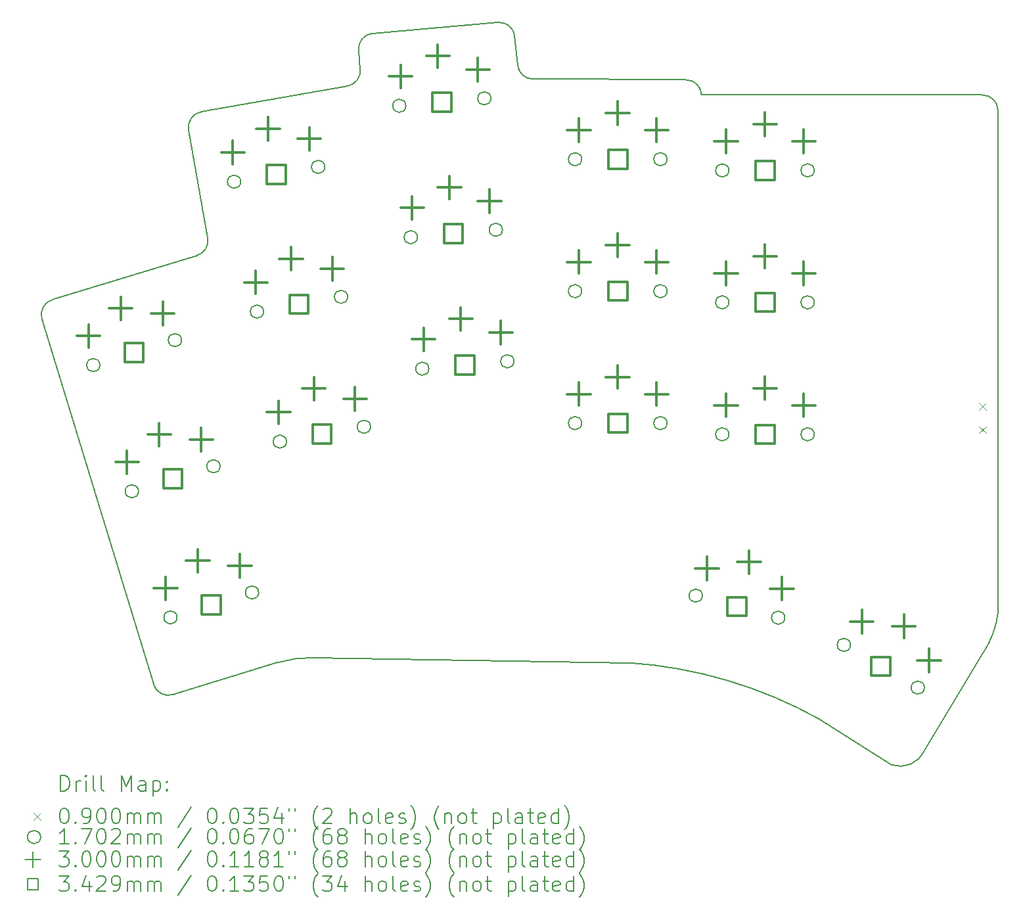
<source format=gbr>
%FSLAX45Y45*%
G04 Gerber Fmt 4.5, Leading zero omitted, Abs format (unit mm)*
G04 Created by KiCad (PCBNEW (6.0.4-0)) date 2022-04-27 15:29:06*
%MOMM*%
%LPD*%
G01*
G04 APERTURE LIST*
%TA.AperFunction,Profile*%
%ADD10C,0.150000*%
%TD*%
%ADD11C,0.200000*%
%ADD12C,0.090000*%
%ADD13C,0.170180*%
%ADD14C,0.300000*%
%ADD15C,0.342900*%
G04 APERTURE END LIST*
D10*
X10251727Y11883106D02*
G75*
G03*
X10450959Y11700537I199233J17424D01*
G01*
X8058800Y11611548D02*
G75*
G03*
X8223309Y11825945I-34731J196962D01*
G01*
X16255999Y4318001D02*
G75*
G03*
X16441109Y4826000I-1013319J656969D01*
G01*
X6012082Y11047576D02*
X6257677Y9654738D01*
X11692239Y4180264D02*
X7614896Y4246738D01*
X8383412Y12290698D02*
X9997248Y12431891D01*
X5559296Y3903629D02*
G75*
G03*
X5809038Y3770844I191264J58481D01*
G01*
X5809038Y3770844D02*
X7151887Y4181395D01*
X12620653Y11496648D02*
X14451046Y11496648D01*
X16241109Y11496648D02*
X14451046Y11496648D01*
X10450959Y11700537D02*
X12420716Y11691648D01*
X7614896Y4246737D02*
G75*
G03*
X7151887Y4181395I-24457J-1499797D01*
G01*
X4120834Y8608651D02*
X5559303Y3903631D01*
X10213921Y12250083D02*
G75*
G03*
X9997248Y12431891I-199241J-17433D01*
G01*
X6174314Y11279267D02*
G75*
G03*
X6012083Y11047576I34730J-196961D01*
G01*
X15494000Y3048000D02*
X16256000Y4318000D01*
X14144690Y3452157D02*
G75*
G03*
X11692239Y4180264I-2854290J-5119687D01*
G01*
X15069520Y2866125D02*
X14144690Y3452156D01*
X12620656Y11496648D02*
G75*
G03*
X12420716Y11691648I-199936J-4998D01*
G01*
X15069519Y2866121D02*
G75*
G03*
X15494000Y3048000I112141J324559D01*
G01*
X4253621Y8858386D02*
G75*
G03*
X4120834Y8608650I58475J-191261D01*
G01*
X10213918Y12250083D02*
X10251720Y11883106D01*
X6174314Y11279267D02*
X8058800Y11611553D01*
X6119189Y9428752D02*
G75*
G03*
X6257677Y9654738I-58469J191258D01*
G01*
X8383413Y12290696D02*
G75*
G03*
X8201605Y12074028I17427J-199236D01*
G01*
X4253621Y8858386D02*
X6119190Y9428748D01*
X8223309Y11825945D02*
X8201605Y12074028D01*
X16441108Y11296648D02*
G75*
G03*
X16241109Y11496648I-199998J2D01*
G01*
X16441109Y4826000D02*
X16441109Y11296648D01*
D11*
D12*
X16196109Y7526648D02*
X16286109Y7436648D01*
X16286109Y7526648D02*
X16196109Y7436648D01*
X16196109Y7226648D02*
X16286109Y7136648D01*
X16286109Y7226648D02*
X16196109Y7136648D01*
D13*
X4868027Y8016350D02*
G75*
G03*
X4868027Y8016350I-85090J0D01*
G01*
X4868027Y8016350D02*
G75*
G03*
X4868027Y8016350I-85090J0D01*
G01*
X5365059Y6390632D02*
G75*
G03*
X5365059Y6390632I-85090J0D01*
G01*
X5365059Y6390632D02*
G75*
G03*
X5365059Y6390632I-85090J0D01*
G01*
X5862090Y4764914D02*
G75*
G03*
X5862090Y4764914I-85090J0D01*
G01*
X5862090Y4764914D02*
G75*
G03*
X5862090Y4764914I-85090J0D01*
G01*
X5919962Y8337959D02*
G75*
G03*
X5919962Y8337959I-85090J0D01*
G01*
X5919962Y8337959D02*
G75*
G03*
X5919962Y8337959I-85090J0D01*
G01*
X6416994Y6712241D02*
G75*
G03*
X6416994Y6712241I-85090J0D01*
G01*
X6416994Y6712241D02*
G75*
G03*
X6416994Y6712241I-85090J0D01*
G01*
X6682157Y10379000D02*
G75*
G03*
X6682157Y10379000I-85090J0D01*
G01*
X6682157Y10379000D02*
G75*
G03*
X6682157Y10379000I-85090J0D01*
G01*
X6914026Y5086523D02*
G75*
G03*
X6914026Y5086523I-85090J0D01*
G01*
X6914026Y5086523D02*
G75*
G03*
X6914026Y5086523I-85090J0D01*
G01*
X6977359Y8704827D02*
G75*
G03*
X6977359Y8704827I-85090J0D01*
G01*
X6977359Y8704827D02*
G75*
G03*
X6977359Y8704827I-85090J0D01*
G01*
X7272560Y7030654D02*
G75*
G03*
X7272560Y7030654I-85090J0D01*
G01*
X7272560Y7030654D02*
G75*
G03*
X7272560Y7030654I-85090J0D01*
G01*
X7765445Y10570013D02*
G75*
G03*
X7765445Y10570013I-85090J0D01*
G01*
X7765445Y10570013D02*
G75*
G03*
X7765445Y10570013I-85090J0D01*
G01*
X8060647Y8895840D02*
G75*
G03*
X8060647Y8895840I-85090J0D01*
G01*
X8060647Y8895840D02*
G75*
G03*
X8060647Y8895840I-85090J0D01*
G01*
X8355849Y7221667D02*
G75*
G03*
X8355849Y7221667I-85090J0D01*
G01*
X8355849Y7221667D02*
G75*
G03*
X8355849Y7221667I-85090J0D01*
G01*
X8811183Y11357012D02*
G75*
G03*
X8811183Y11357012I-85090J0D01*
G01*
X8811183Y11357012D02*
G75*
G03*
X8811183Y11357012I-85090J0D01*
G01*
X8959347Y9663481D02*
G75*
G03*
X8959347Y9663481I-85090J0D01*
G01*
X8959347Y9663481D02*
G75*
G03*
X8959347Y9663481I-85090J0D01*
G01*
X9107512Y7969950D02*
G75*
G03*
X9107512Y7969950I-85090J0D01*
G01*
X9107512Y7969950D02*
G75*
G03*
X9107512Y7969950I-85090J0D01*
G01*
X9906997Y11452883D02*
G75*
G03*
X9906997Y11452883I-85090J0D01*
G01*
X9906997Y11452883D02*
G75*
G03*
X9906997Y11452883I-85090J0D01*
G01*
X10055161Y9759352D02*
G75*
G03*
X10055161Y9759352I-85090J0D01*
G01*
X10055161Y9759352D02*
G75*
G03*
X10055161Y9759352I-85090J0D01*
G01*
X10203326Y8065821D02*
G75*
G03*
X10203326Y8065821I-85090J0D01*
G01*
X10203326Y8065821D02*
G75*
G03*
X10203326Y8065821I-85090J0D01*
G01*
X11076199Y10668602D02*
G75*
G03*
X11076199Y10668602I-85090J0D01*
G01*
X11076199Y10668602D02*
G75*
G03*
X11076199Y10668602I-85090J0D01*
G01*
X11076199Y8968602D02*
G75*
G03*
X11076199Y8968602I-85090J0D01*
G01*
X11076199Y8968602D02*
G75*
G03*
X11076199Y8968602I-85090J0D01*
G01*
X11076199Y7268602D02*
G75*
G03*
X11076199Y7268602I-85090J0D01*
G01*
X11076199Y7268602D02*
G75*
G03*
X11076199Y7268602I-85090J0D01*
G01*
X12176199Y10668602D02*
G75*
G03*
X12176199Y10668602I-85090J0D01*
G01*
X12176199Y10668602D02*
G75*
G03*
X12176199Y10668602I-85090J0D01*
G01*
X12176199Y8968602D02*
G75*
G03*
X12176199Y8968602I-85090J0D01*
G01*
X12176199Y8968602D02*
G75*
G03*
X12176199Y8968602I-85090J0D01*
G01*
X12176199Y7268602D02*
G75*
G03*
X12176199Y7268602I-85090J0D01*
G01*
X12176199Y7268602D02*
G75*
G03*
X12176199Y7268602I-85090J0D01*
G01*
X12631219Y5046224D02*
G75*
G03*
X12631219Y5046224I-85090J0D01*
G01*
X12631219Y5046224D02*
G75*
G03*
X12631219Y5046224I-85090J0D01*
G01*
X12972866Y10524629D02*
G75*
G03*
X12972866Y10524629I-85090J0D01*
G01*
X12972866Y10524629D02*
G75*
G03*
X12972866Y10524629I-85090J0D01*
G01*
X12972866Y8824629D02*
G75*
G03*
X12972866Y8824629I-85090J0D01*
G01*
X12972866Y8824629D02*
G75*
G03*
X12972866Y8824629I-85090J0D01*
G01*
X12972866Y7124629D02*
G75*
G03*
X12972866Y7124629I-85090J0D01*
G01*
X12972866Y7124629D02*
G75*
G03*
X12972866Y7124629I-85090J0D01*
G01*
X13693737Y4761523D02*
G75*
G03*
X13693737Y4761523I-85090J0D01*
G01*
X13693737Y4761523D02*
G75*
G03*
X13693737Y4761523I-85090J0D01*
G01*
X14072866Y10524629D02*
G75*
G03*
X14072866Y10524629I-85090J0D01*
G01*
X14072866Y10524629D02*
G75*
G03*
X14072866Y10524629I-85090J0D01*
G01*
X14072866Y8824629D02*
G75*
G03*
X14072866Y8824629I-85090J0D01*
G01*
X14072866Y8824629D02*
G75*
G03*
X14072866Y8824629I-85090J0D01*
G01*
X14072866Y7124629D02*
G75*
G03*
X14072866Y7124629I-85090J0D01*
G01*
X14072866Y7124629D02*
G75*
G03*
X14072866Y7124629I-85090J0D01*
G01*
X14539924Y4411021D02*
G75*
G03*
X14539924Y4411021I-85090J0D01*
G01*
X14539924Y4411021D02*
G75*
G03*
X14539924Y4411021I-85090J0D01*
G01*
X15492552Y3861021D02*
G75*
G03*
X15492552Y3861021I-85090J0D01*
G01*
X15492552Y3861021D02*
G75*
G03*
X15492552Y3861021I-85090J0D01*
G01*
D14*
X4721113Y8539583D02*
X4721113Y8239583D01*
X4571113Y8389583D02*
X4871113Y8389583D01*
X5134943Y8896156D02*
X5134943Y8596156D01*
X4984943Y8746156D02*
X5284943Y8746156D01*
X5134943Y8896156D02*
X5134943Y8596156D01*
X4984943Y8746156D02*
X5284943Y8746156D01*
X5218144Y6913865D02*
X5218144Y6613865D01*
X5068144Y6763865D02*
X5368144Y6763865D01*
X5631975Y7270437D02*
X5631975Y6970437D01*
X5481975Y7120437D02*
X5781975Y7120437D01*
X5631975Y7270437D02*
X5631975Y6970437D01*
X5481975Y7120437D02*
X5781975Y7120437D01*
X5677417Y8831954D02*
X5677417Y8531954D01*
X5527417Y8681954D02*
X5827417Y8681954D01*
X5715176Y5288147D02*
X5715176Y4988147D01*
X5565176Y5138147D02*
X5865176Y5138147D01*
X6129007Y5644719D02*
X6129007Y5344719D01*
X5979007Y5494719D02*
X6279007Y5494719D01*
X6129007Y5644719D02*
X6129007Y5344719D01*
X5979007Y5494719D02*
X6279007Y5494719D01*
X6174449Y7206236D02*
X6174449Y6906236D01*
X6024449Y7056236D02*
X6324449Y7056236D01*
X6581189Y10906986D02*
X6581189Y10606986D01*
X6431189Y10756986D02*
X6731189Y10756986D01*
X6671481Y5580518D02*
X6671481Y5280518D01*
X6521481Y5430518D02*
X6821481Y5430518D01*
X6876391Y9232812D02*
X6876391Y8932812D01*
X6726391Y9082812D02*
X7026391Y9082812D01*
X7035390Y11210467D02*
X7035390Y10910467D01*
X6885390Y11060467D02*
X7185390Y11060467D01*
X7035390Y11210467D02*
X7035390Y10910467D01*
X6885390Y11060467D02*
X7185390Y11060467D01*
X7171593Y7558639D02*
X7171593Y7258639D01*
X7021593Y7408639D02*
X7321593Y7408639D01*
X7330592Y9536294D02*
X7330592Y9236294D01*
X7180592Y9386294D02*
X7480592Y9386294D01*
X7330592Y9536294D02*
X7330592Y9236294D01*
X7180592Y9386294D02*
X7480592Y9386294D01*
X7565997Y11080634D02*
X7565997Y10780634D01*
X7415997Y10930634D02*
X7715997Y10930634D01*
X7625794Y7862121D02*
X7625794Y7562121D01*
X7475794Y7712121D02*
X7775794Y7712121D01*
X7625794Y7862121D02*
X7625794Y7562121D01*
X7475794Y7712121D02*
X7775794Y7712121D01*
X7861199Y9406461D02*
X7861199Y9106461D01*
X7711199Y9256461D02*
X8011199Y9256461D01*
X8156401Y7732287D02*
X8156401Y7432287D01*
X8006401Y7582287D02*
X8306401Y7582287D01*
X8743219Y11884943D02*
X8743219Y11584943D01*
X8593219Y11734943D02*
X8893219Y11734943D01*
X8891384Y10191412D02*
X8891384Y9891412D01*
X8741384Y10041412D02*
X9041384Y10041412D01*
X9039548Y8497881D02*
X9039548Y8197881D01*
X8889548Y8347881D02*
X9189548Y8347881D01*
X9222142Y12147683D02*
X9222142Y11847683D01*
X9072142Y11997683D02*
X9372142Y11997683D01*
X9222142Y12147683D02*
X9222142Y11847683D01*
X9072142Y11997683D02*
X9372142Y11997683D01*
X9370307Y10454153D02*
X9370307Y10154153D01*
X9220307Y10304153D02*
X9520307Y10304153D01*
X9370307Y10454153D02*
X9370307Y10154153D01*
X9220307Y10304153D02*
X9520307Y10304153D01*
X9518471Y8760622D02*
X9518471Y8460622D01*
X9368471Y8610622D02*
X9668471Y8610622D01*
X9518471Y8760622D02*
X9518471Y8460622D01*
X9368471Y8610622D02*
X9668471Y8610622D01*
X9739414Y11972099D02*
X9739414Y11672099D01*
X9589414Y11822099D02*
X9889414Y11822099D01*
X9887578Y10278568D02*
X9887578Y9978568D01*
X9737578Y10128568D02*
X10037578Y10128568D01*
X10035743Y8585037D02*
X10035743Y8285037D01*
X9885743Y8435037D02*
X10185743Y8435037D01*
X11041109Y11193602D02*
X11041109Y10893602D01*
X10891109Y11043602D02*
X11191109Y11043602D01*
X11041109Y9493602D02*
X11041109Y9193602D01*
X10891109Y9343602D02*
X11191109Y9343602D01*
X11041109Y7793602D02*
X11041109Y7493602D01*
X10891109Y7643602D02*
X11191109Y7643602D01*
X11541109Y11413602D02*
X11541109Y11113602D01*
X11391109Y11263602D02*
X11691109Y11263602D01*
X11541109Y11413602D02*
X11541109Y11113602D01*
X11391109Y11263602D02*
X11691109Y11263602D01*
X11541109Y9713602D02*
X11541109Y9413602D01*
X11391109Y9563602D02*
X11691109Y9563602D01*
X11541109Y9713602D02*
X11541109Y9413602D01*
X11391109Y9563602D02*
X11691109Y9563602D01*
X11541109Y8013602D02*
X11541109Y7713602D01*
X11391109Y7863602D02*
X11691109Y7863602D01*
X11541109Y8013602D02*
X11541109Y7713602D01*
X11391109Y7863602D02*
X11691109Y7863602D01*
X12041109Y11193602D02*
X12041109Y10893602D01*
X11891109Y11043602D02*
X12191109Y11043602D01*
X12041109Y9493602D02*
X12041109Y9193602D01*
X11891109Y9343602D02*
X12191109Y9343602D01*
X12041109Y7793602D02*
X12041109Y7493602D01*
X11891109Y7643602D02*
X12191109Y7643602D01*
X12691482Y5545506D02*
X12691482Y5245506D01*
X12541482Y5395506D02*
X12841482Y5395506D01*
X12937776Y11049629D02*
X12937776Y10749629D01*
X12787776Y10899629D02*
X13087776Y10899629D01*
X12937776Y9349629D02*
X12937776Y9049629D01*
X12787776Y9199629D02*
X13087776Y9199629D01*
X12937776Y7649629D02*
X12937776Y7349629D01*
X12787776Y7499629D02*
X13087776Y7499629D01*
X13231386Y5628600D02*
X13231386Y5328600D01*
X13081386Y5478600D02*
X13381386Y5478600D01*
X13231386Y5628600D02*
X13231386Y5328600D01*
X13081386Y5478600D02*
X13381386Y5478600D01*
X13437776Y11269629D02*
X13437776Y10969629D01*
X13287776Y11119629D02*
X13587776Y11119629D01*
X13437776Y11269629D02*
X13437776Y10969629D01*
X13287776Y11119629D02*
X13587776Y11119629D01*
X13437776Y9569629D02*
X13437776Y9269629D01*
X13287776Y9419629D02*
X13587776Y9419629D01*
X13437776Y9569629D02*
X13437776Y9269629D01*
X13287776Y9419629D02*
X13587776Y9419629D01*
X13437776Y7869629D02*
X13437776Y7569629D01*
X13287776Y7719629D02*
X13587776Y7719629D01*
X13437776Y7869629D02*
X13437776Y7569629D01*
X13287776Y7719629D02*
X13587776Y7719629D01*
X13657408Y5286687D02*
X13657408Y4986687D01*
X13507408Y5136687D02*
X13807408Y5136687D01*
X13937776Y11049629D02*
X13937776Y10749629D01*
X13787776Y10899629D02*
X14087776Y10899629D01*
X13937776Y9349629D02*
X13937776Y9049629D01*
X13787776Y9199629D02*
X14087776Y9199629D01*
X13937776Y7649629D02*
X13937776Y7349629D01*
X13787776Y7499629D02*
X14087776Y7499629D01*
X14685635Y4860781D02*
X14685635Y4560781D01*
X14535635Y4710781D02*
X14835635Y4710781D01*
X15228648Y4801306D02*
X15228648Y4501306D01*
X15078648Y4651306D02*
X15378648Y4651306D01*
X15228648Y4801306D02*
X15228648Y4501306D01*
X15078648Y4651306D02*
X15378648Y4651306D01*
X15551661Y4360781D02*
X15551661Y4060781D01*
X15401661Y4210781D02*
X15701661Y4210781D01*
D15*
X5430139Y8055920D02*
X5430139Y8298389D01*
X5187670Y8298389D01*
X5187670Y8055920D01*
X5430139Y8055920D01*
X5430139Y8055920D02*
X5430139Y8298389D01*
X5187670Y8298389D01*
X5187670Y8055920D01*
X5430139Y8055920D01*
X5927171Y6430202D02*
X5927171Y6672671D01*
X5684702Y6672671D01*
X5684702Y6430202D01*
X5927171Y6430202D01*
X5927171Y6430202D02*
X5927171Y6672671D01*
X5684702Y6672671D01*
X5684702Y6430202D01*
X5927171Y6430202D01*
X6424203Y4804484D02*
X6424203Y5046953D01*
X6181733Y5046953D01*
X6181733Y4804484D01*
X6424203Y4804484D01*
X6424203Y4804484D02*
X6424203Y5046953D01*
X6181733Y5046953D01*
X6181733Y4804484D01*
X6424203Y4804484D01*
X7259946Y10353272D02*
X7259946Y10595741D01*
X7017476Y10595741D01*
X7017476Y10353272D01*
X7259946Y10353272D01*
X7259946Y10353272D02*
X7259946Y10595741D01*
X7017476Y10595741D01*
X7017476Y10353272D01*
X7259946Y10353272D01*
X7555147Y8679099D02*
X7555147Y8921568D01*
X7312678Y8921568D01*
X7312678Y8679099D01*
X7555147Y8679099D01*
X7555147Y8679099D02*
X7555147Y8921568D01*
X7312678Y8921568D01*
X7312678Y8679099D01*
X7555147Y8679099D01*
X7850349Y7004926D02*
X7850349Y7247395D01*
X7607880Y7247395D01*
X7607880Y7004926D01*
X7850349Y7004926D01*
X7850349Y7004926D02*
X7850349Y7247395D01*
X7607880Y7247395D01*
X7607880Y7004926D01*
X7850349Y7004926D01*
X9395234Y11283713D02*
X9395234Y11526182D01*
X9152765Y11526182D01*
X9152765Y11283713D01*
X9395234Y11283713D01*
X9395234Y11283713D02*
X9395234Y11526182D01*
X9152765Y11526182D01*
X9152765Y11283713D01*
X9395234Y11283713D01*
X9543399Y9590182D02*
X9543399Y9832651D01*
X9300930Y9832651D01*
X9300930Y9590182D01*
X9543399Y9590182D01*
X9543399Y9590182D02*
X9543399Y9832651D01*
X9300930Y9832651D01*
X9300930Y9590182D01*
X9543399Y9590182D01*
X9691564Y7896651D02*
X9691564Y8139120D01*
X9449095Y8139120D01*
X9449095Y7896651D01*
X9691564Y7896651D01*
X9691564Y7896651D02*
X9691564Y8139120D01*
X9449095Y8139120D01*
X9449095Y7896651D01*
X9691564Y7896651D01*
X11662343Y10547367D02*
X11662343Y10789836D01*
X11419874Y10789836D01*
X11419874Y10547367D01*
X11662343Y10547367D01*
X11662343Y10547367D02*
X11662343Y10789836D01*
X11419874Y10789836D01*
X11419874Y10547367D01*
X11662343Y10547367D01*
X11662343Y8847367D02*
X11662343Y9089836D01*
X11419874Y9089836D01*
X11419874Y8847367D01*
X11662343Y8847367D01*
X11662343Y8847367D02*
X11662343Y9089836D01*
X11419874Y9089836D01*
X11419874Y8847367D01*
X11662343Y8847367D01*
X11662343Y7147367D02*
X11662343Y7389836D01*
X11419874Y7389836D01*
X11419874Y7147367D01*
X11662343Y7147367D01*
X11662343Y7147367D02*
X11662343Y7389836D01*
X11419874Y7389836D01*
X11419874Y7147367D01*
X11662343Y7147367D01*
X13198623Y4782639D02*
X13198623Y5025108D01*
X12956154Y5025108D01*
X12956154Y4782639D01*
X13198623Y4782639D01*
X13198623Y4782639D02*
X13198623Y5025108D01*
X12956154Y5025108D01*
X12956154Y4782639D01*
X13198623Y4782639D01*
X13559010Y10403394D02*
X13559010Y10645864D01*
X13316541Y10645864D01*
X13316541Y10403394D01*
X13559010Y10403394D01*
X13559010Y10403394D02*
X13559010Y10645864D01*
X13316541Y10645864D01*
X13316541Y10403394D01*
X13559010Y10403394D01*
X13559010Y8703394D02*
X13559010Y8945864D01*
X13316541Y8945864D01*
X13316541Y8703394D01*
X13559010Y8703394D01*
X13559010Y8703394D02*
X13559010Y8945864D01*
X13316541Y8945864D01*
X13316541Y8703394D01*
X13559010Y8703394D01*
X13559010Y7003394D02*
X13559010Y7245863D01*
X13316541Y7245863D01*
X13316541Y7003394D01*
X13559010Y7003394D01*
X13559010Y7003394D02*
X13559010Y7245863D01*
X13316541Y7245863D01*
X13316541Y7003394D01*
X13559010Y7003394D01*
X15052383Y4014787D02*
X15052383Y4257256D01*
X14809914Y4257256D01*
X14809914Y4014787D01*
X15052383Y4014787D01*
X15052383Y4014787D02*
X15052383Y4257256D01*
X14809914Y4257256D01*
X14809914Y4014787D01*
X15052383Y4014787D01*
D11*
X4362214Y2529318D02*
X4362214Y2729318D01*
X4409833Y2729318D01*
X4438405Y2719794D01*
X4457452Y2700746D01*
X4466976Y2681699D01*
X4476500Y2643604D01*
X4476500Y2615032D01*
X4466976Y2576937D01*
X4457452Y2557889D01*
X4438405Y2538842D01*
X4409833Y2529318D01*
X4362214Y2529318D01*
X4562214Y2529318D02*
X4562214Y2662651D01*
X4562214Y2624556D02*
X4571738Y2643604D01*
X4581262Y2653127D01*
X4600309Y2662651D01*
X4619357Y2662651D01*
X4686024Y2529318D02*
X4686024Y2662651D01*
X4686024Y2729318D02*
X4676500Y2719794D01*
X4686024Y2710270D01*
X4695547Y2719794D01*
X4686024Y2729318D01*
X4686024Y2710270D01*
X4809833Y2529318D02*
X4790785Y2538842D01*
X4781262Y2557889D01*
X4781262Y2729318D01*
X4914595Y2529318D02*
X4895547Y2538842D01*
X4886024Y2557889D01*
X4886024Y2729318D01*
X5143166Y2529318D02*
X5143166Y2729318D01*
X5209833Y2586461D01*
X5276500Y2729318D01*
X5276500Y2529318D01*
X5457452Y2529318D02*
X5457452Y2634080D01*
X5447928Y2653127D01*
X5428881Y2662651D01*
X5390785Y2662651D01*
X5371738Y2653127D01*
X5457452Y2538842D02*
X5438405Y2529318D01*
X5390785Y2529318D01*
X5371738Y2538842D01*
X5362214Y2557889D01*
X5362214Y2576937D01*
X5371738Y2595985D01*
X5390785Y2605508D01*
X5438405Y2605508D01*
X5457452Y2615032D01*
X5552690Y2662651D02*
X5552690Y2462651D01*
X5552690Y2653127D02*
X5571738Y2662651D01*
X5609833Y2662651D01*
X5628881Y2653127D01*
X5638404Y2643604D01*
X5647928Y2624556D01*
X5647928Y2567413D01*
X5638404Y2548366D01*
X5628881Y2538842D01*
X5609833Y2529318D01*
X5571738Y2529318D01*
X5552690Y2538842D01*
X5733643Y2548366D02*
X5743166Y2538842D01*
X5733643Y2529318D01*
X5724119Y2538842D01*
X5733643Y2548366D01*
X5733643Y2529318D01*
X5733643Y2653127D02*
X5743166Y2643604D01*
X5733643Y2634080D01*
X5724119Y2643604D01*
X5733643Y2653127D01*
X5733643Y2634080D01*
D12*
X4014595Y2244794D02*
X4104595Y2154794D01*
X4104595Y2244794D02*
X4014595Y2154794D01*
D11*
X4400309Y2309318D02*
X4419357Y2309318D01*
X4438405Y2299794D01*
X4447928Y2290270D01*
X4457452Y2271223D01*
X4466976Y2233127D01*
X4466976Y2185508D01*
X4457452Y2147413D01*
X4447928Y2128366D01*
X4438405Y2118842D01*
X4419357Y2109318D01*
X4400309Y2109318D01*
X4381262Y2118842D01*
X4371738Y2128366D01*
X4362214Y2147413D01*
X4352690Y2185508D01*
X4352690Y2233127D01*
X4362214Y2271223D01*
X4371738Y2290270D01*
X4381262Y2299794D01*
X4400309Y2309318D01*
X4552690Y2128366D02*
X4562214Y2118842D01*
X4552690Y2109318D01*
X4543166Y2118842D01*
X4552690Y2128366D01*
X4552690Y2109318D01*
X4657452Y2109318D02*
X4695547Y2109318D01*
X4714595Y2118842D01*
X4724119Y2128366D01*
X4743166Y2156937D01*
X4752690Y2195032D01*
X4752690Y2271223D01*
X4743166Y2290270D01*
X4733643Y2299794D01*
X4714595Y2309318D01*
X4676500Y2309318D01*
X4657452Y2299794D01*
X4647928Y2290270D01*
X4638405Y2271223D01*
X4638405Y2223604D01*
X4647928Y2204556D01*
X4657452Y2195032D01*
X4676500Y2185508D01*
X4714595Y2185508D01*
X4733643Y2195032D01*
X4743166Y2204556D01*
X4752690Y2223604D01*
X4876500Y2309318D02*
X4895547Y2309318D01*
X4914595Y2299794D01*
X4924119Y2290270D01*
X4933643Y2271223D01*
X4943166Y2233127D01*
X4943166Y2185508D01*
X4933643Y2147413D01*
X4924119Y2128366D01*
X4914595Y2118842D01*
X4895547Y2109318D01*
X4876500Y2109318D01*
X4857452Y2118842D01*
X4847928Y2128366D01*
X4838405Y2147413D01*
X4828881Y2185508D01*
X4828881Y2233127D01*
X4838405Y2271223D01*
X4847928Y2290270D01*
X4857452Y2299794D01*
X4876500Y2309318D01*
X5066976Y2309318D02*
X5086024Y2309318D01*
X5105071Y2299794D01*
X5114595Y2290270D01*
X5124119Y2271223D01*
X5133643Y2233127D01*
X5133643Y2185508D01*
X5124119Y2147413D01*
X5114595Y2128366D01*
X5105071Y2118842D01*
X5086024Y2109318D01*
X5066976Y2109318D01*
X5047928Y2118842D01*
X5038405Y2128366D01*
X5028881Y2147413D01*
X5019357Y2185508D01*
X5019357Y2233127D01*
X5028881Y2271223D01*
X5038405Y2290270D01*
X5047928Y2299794D01*
X5066976Y2309318D01*
X5219357Y2109318D02*
X5219357Y2242651D01*
X5219357Y2223604D02*
X5228881Y2233127D01*
X5247928Y2242651D01*
X5276500Y2242651D01*
X5295547Y2233127D01*
X5305071Y2214080D01*
X5305071Y2109318D01*
X5305071Y2214080D02*
X5314595Y2233127D01*
X5333643Y2242651D01*
X5362214Y2242651D01*
X5381262Y2233127D01*
X5390785Y2214080D01*
X5390785Y2109318D01*
X5486024Y2109318D02*
X5486024Y2242651D01*
X5486024Y2223604D02*
X5495547Y2233127D01*
X5514595Y2242651D01*
X5543166Y2242651D01*
X5562214Y2233127D01*
X5571738Y2214080D01*
X5571738Y2109318D01*
X5571738Y2214080D02*
X5581262Y2233127D01*
X5600309Y2242651D01*
X5628881Y2242651D01*
X5647928Y2233127D01*
X5657452Y2214080D01*
X5657452Y2109318D01*
X6047928Y2318842D02*
X5876500Y2061699D01*
X6305071Y2309318D02*
X6324119Y2309318D01*
X6343166Y2299794D01*
X6352690Y2290270D01*
X6362214Y2271223D01*
X6371738Y2233127D01*
X6371738Y2185508D01*
X6362214Y2147413D01*
X6352690Y2128366D01*
X6343166Y2118842D01*
X6324119Y2109318D01*
X6305071Y2109318D01*
X6286023Y2118842D01*
X6276500Y2128366D01*
X6266976Y2147413D01*
X6257452Y2185508D01*
X6257452Y2233127D01*
X6266976Y2271223D01*
X6276500Y2290270D01*
X6286023Y2299794D01*
X6305071Y2309318D01*
X6457452Y2128366D02*
X6466976Y2118842D01*
X6457452Y2109318D01*
X6447928Y2118842D01*
X6457452Y2128366D01*
X6457452Y2109318D01*
X6590785Y2309318D02*
X6609833Y2309318D01*
X6628881Y2299794D01*
X6638404Y2290270D01*
X6647928Y2271223D01*
X6657452Y2233127D01*
X6657452Y2185508D01*
X6647928Y2147413D01*
X6638404Y2128366D01*
X6628881Y2118842D01*
X6609833Y2109318D01*
X6590785Y2109318D01*
X6571738Y2118842D01*
X6562214Y2128366D01*
X6552690Y2147413D01*
X6543166Y2185508D01*
X6543166Y2233127D01*
X6552690Y2271223D01*
X6562214Y2290270D01*
X6571738Y2299794D01*
X6590785Y2309318D01*
X6724119Y2309318D02*
X6847928Y2309318D01*
X6781262Y2233127D01*
X6809833Y2233127D01*
X6828881Y2223604D01*
X6838404Y2214080D01*
X6847928Y2195032D01*
X6847928Y2147413D01*
X6838404Y2128366D01*
X6828881Y2118842D01*
X6809833Y2109318D01*
X6752690Y2109318D01*
X6733643Y2118842D01*
X6724119Y2128366D01*
X7028881Y2309318D02*
X6933643Y2309318D01*
X6924119Y2214080D01*
X6933643Y2223604D01*
X6952690Y2233127D01*
X7000309Y2233127D01*
X7019357Y2223604D01*
X7028881Y2214080D01*
X7038404Y2195032D01*
X7038404Y2147413D01*
X7028881Y2128366D01*
X7019357Y2118842D01*
X7000309Y2109318D01*
X6952690Y2109318D01*
X6933643Y2118842D01*
X6924119Y2128366D01*
X7209833Y2242651D02*
X7209833Y2109318D01*
X7162214Y2318842D02*
X7114595Y2175985D01*
X7238404Y2175985D01*
X7305071Y2309318D02*
X7305071Y2271223D01*
X7381262Y2309318D02*
X7381262Y2271223D01*
X7676500Y2033127D02*
X7666976Y2042651D01*
X7647928Y2071223D01*
X7638404Y2090270D01*
X7628881Y2118842D01*
X7619357Y2166461D01*
X7619357Y2204556D01*
X7628881Y2252175D01*
X7638404Y2280746D01*
X7647928Y2299794D01*
X7666976Y2328366D01*
X7676500Y2337889D01*
X7743166Y2290270D02*
X7752690Y2299794D01*
X7771738Y2309318D01*
X7819357Y2309318D01*
X7838404Y2299794D01*
X7847928Y2290270D01*
X7857452Y2271223D01*
X7857452Y2252175D01*
X7847928Y2223604D01*
X7733643Y2109318D01*
X7857452Y2109318D01*
X8095547Y2109318D02*
X8095547Y2309318D01*
X8181262Y2109318D02*
X8181262Y2214080D01*
X8171738Y2233127D01*
X8152690Y2242651D01*
X8124119Y2242651D01*
X8105071Y2233127D01*
X8095547Y2223604D01*
X8305071Y2109318D02*
X8286023Y2118842D01*
X8276500Y2128366D01*
X8266976Y2147413D01*
X8266976Y2204556D01*
X8276500Y2223604D01*
X8286023Y2233127D01*
X8305071Y2242651D01*
X8333643Y2242651D01*
X8352690Y2233127D01*
X8362214Y2223604D01*
X8371738Y2204556D01*
X8371738Y2147413D01*
X8362214Y2128366D01*
X8352690Y2118842D01*
X8333643Y2109318D01*
X8305071Y2109318D01*
X8486024Y2109318D02*
X8466976Y2118842D01*
X8457452Y2137889D01*
X8457452Y2309318D01*
X8638405Y2118842D02*
X8619357Y2109318D01*
X8581262Y2109318D01*
X8562214Y2118842D01*
X8552690Y2137889D01*
X8552690Y2214080D01*
X8562214Y2233127D01*
X8581262Y2242651D01*
X8619357Y2242651D01*
X8638405Y2233127D01*
X8647928Y2214080D01*
X8647928Y2195032D01*
X8552690Y2175985D01*
X8724119Y2118842D02*
X8743166Y2109318D01*
X8781262Y2109318D01*
X8800309Y2118842D01*
X8809833Y2137889D01*
X8809833Y2147413D01*
X8800309Y2166461D01*
X8781262Y2175985D01*
X8752690Y2175985D01*
X8733643Y2185508D01*
X8724119Y2204556D01*
X8724119Y2214080D01*
X8733643Y2233127D01*
X8752690Y2242651D01*
X8781262Y2242651D01*
X8800309Y2233127D01*
X8876500Y2033127D02*
X8886024Y2042651D01*
X8905071Y2071223D01*
X8914595Y2090270D01*
X8924119Y2118842D01*
X8933643Y2166461D01*
X8933643Y2204556D01*
X8924119Y2252175D01*
X8914595Y2280746D01*
X8905071Y2299794D01*
X8886024Y2328366D01*
X8876500Y2337889D01*
X9238405Y2033127D02*
X9228881Y2042651D01*
X9209833Y2071223D01*
X9200309Y2090270D01*
X9190785Y2118842D01*
X9181262Y2166461D01*
X9181262Y2204556D01*
X9190785Y2252175D01*
X9200309Y2280746D01*
X9209833Y2299794D01*
X9228881Y2328366D01*
X9238405Y2337889D01*
X9314595Y2242651D02*
X9314595Y2109318D01*
X9314595Y2223604D02*
X9324119Y2233127D01*
X9343166Y2242651D01*
X9371738Y2242651D01*
X9390785Y2233127D01*
X9400309Y2214080D01*
X9400309Y2109318D01*
X9524119Y2109318D02*
X9505071Y2118842D01*
X9495547Y2128366D01*
X9486024Y2147413D01*
X9486024Y2204556D01*
X9495547Y2223604D01*
X9505071Y2233127D01*
X9524119Y2242651D01*
X9552690Y2242651D01*
X9571738Y2233127D01*
X9581262Y2223604D01*
X9590785Y2204556D01*
X9590785Y2147413D01*
X9581262Y2128366D01*
X9571738Y2118842D01*
X9552690Y2109318D01*
X9524119Y2109318D01*
X9647928Y2242651D02*
X9724119Y2242651D01*
X9676500Y2309318D02*
X9676500Y2137889D01*
X9686024Y2118842D01*
X9705071Y2109318D01*
X9724119Y2109318D01*
X9943166Y2242651D02*
X9943166Y2042651D01*
X9943166Y2233127D02*
X9962214Y2242651D01*
X10000309Y2242651D01*
X10019357Y2233127D01*
X10028881Y2223604D01*
X10038405Y2204556D01*
X10038405Y2147413D01*
X10028881Y2128366D01*
X10019357Y2118842D01*
X10000309Y2109318D01*
X9962214Y2109318D01*
X9943166Y2118842D01*
X10152690Y2109318D02*
X10133643Y2118842D01*
X10124119Y2137889D01*
X10124119Y2309318D01*
X10314595Y2109318D02*
X10314595Y2214080D01*
X10305071Y2233127D01*
X10286024Y2242651D01*
X10247928Y2242651D01*
X10228881Y2233127D01*
X10314595Y2118842D02*
X10295547Y2109318D01*
X10247928Y2109318D01*
X10228881Y2118842D01*
X10219357Y2137889D01*
X10219357Y2156937D01*
X10228881Y2175985D01*
X10247928Y2185508D01*
X10295547Y2185508D01*
X10314595Y2195032D01*
X10381262Y2242651D02*
X10457452Y2242651D01*
X10409833Y2309318D02*
X10409833Y2137889D01*
X10419357Y2118842D01*
X10438405Y2109318D01*
X10457452Y2109318D01*
X10600309Y2118842D02*
X10581262Y2109318D01*
X10543166Y2109318D01*
X10524119Y2118842D01*
X10514595Y2137889D01*
X10514595Y2214080D01*
X10524119Y2233127D01*
X10543166Y2242651D01*
X10581262Y2242651D01*
X10600309Y2233127D01*
X10609833Y2214080D01*
X10609833Y2195032D01*
X10514595Y2175985D01*
X10781262Y2109318D02*
X10781262Y2309318D01*
X10781262Y2118842D02*
X10762214Y2109318D01*
X10724119Y2109318D01*
X10705071Y2118842D01*
X10695547Y2128366D01*
X10686024Y2147413D01*
X10686024Y2204556D01*
X10695547Y2223604D01*
X10705071Y2233127D01*
X10724119Y2242651D01*
X10762214Y2242651D01*
X10781262Y2233127D01*
X10857452Y2033127D02*
X10866976Y2042651D01*
X10886024Y2071223D01*
X10895547Y2090270D01*
X10905071Y2118842D01*
X10914595Y2166461D01*
X10914595Y2204556D01*
X10905071Y2252175D01*
X10895547Y2280746D01*
X10886024Y2299794D01*
X10866976Y2328366D01*
X10857452Y2337889D01*
D13*
X4104595Y1935794D02*
G75*
G03*
X4104595Y1935794I-85090J0D01*
G01*
D11*
X4466976Y1845318D02*
X4352690Y1845318D01*
X4409833Y1845318D02*
X4409833Y2045318D01*
X4390785Y2016746D01*
X4371738Y1997699D01*
X4352690Y1988175D01*
X4552690Y1864365D02*
X4562214Y1854842D01*
X4552690Y1845318D01*
X4543166Y1854842D01*
X4552690Y1864365D01*
X4552690Y1845318D01*
X4628881Y2045318D02*
X4762214Y2045318D01*
X4676500Y1845318D01*
X4876500Y2045318D02*
X4895547Y2045318D01*
X4914595Y2035794D01*
X4924119Y2026270D01*
X4933643Y2007223D01*
X4943166Y1969127D01*
X4943166Y1921508D01*
X4933643Y1883413D01*
X4924119Y1864365D01*
X4914595Y1854842D01*
X4895547Y1845318D01*
X4876500Y1845318D01*
X4857452Y1854842D01*
X4847928Y1864365D01*
X4838405Y1883413D01*
X4828881Y1921508D01*
X4828881Y1969127D01*
X4838405Y2007223D01*
X4847928Y2026270D01*
X4857452Y2035794D01*
X4876500Y2045318D01*
X5019357Y2026270D02*
X5028881Y2035794D01*
X5047928Y2045318D01*
X5095547Y2045318D01*
X5114595Y2035794D01*
X5124119Y2026270D01*
X5133643Y2007223D01*
X5133643Y1988175D01*
X5124119Y1959604D01*
X5009833Y1845318D01*
X5133643Y1845318D01*
X5219357Y1845318D02*
X5219357Y1978651D01*
X5219357Y1959604D02*
X5228881Y1969127D01*
X5247928Y1978651D01*
X5276500Y1978651D01*
X5295547Y1969127D01*
X5305071Y1950080D01*
X5305071Y1845318D01*
X5305071Y1950080D02*
X5314595Y1969127D01*
X5333643Y1978651D01*
X5362214Y1978651D01*
X5381262Y1969127D01*
X5390785Y1950080D01*
X5390785Y1845318D01*
X5486024Y1845318D02*
X5486024Y1978651D01*
X5486024Y1959604D02*
X5495547Y1969127D01*
X5514595Y1978651D01*
X5543166Y1978651D01*
X5562214Y1969127D01*
X5571738Y1950080D01*
X5571738Y1845318D01*
X5571738Y1950080D02*
X5581262Y1969127D01*
X5600309Y1978651D01*
X5628881Y1978651D01*
X5647928Y1969127D01*
X5657452Y1950080D01*
X5657452Y1845318D01*
X6047928Y2054842D02*
X5876500Y1797699D01*
X6305071Y2045318D02*
X6324119Y2045318D01*
X6343166Y2035794D01*
X6352690Y2026270D01*
X6362214Y2007223D01*
X6371738Y1969127D01*
X6371738Y1921508D01*
X6362214Y1883413D01*
X6352690Y1864365D01*
X6343166Y1854842D01*
X6324119Y1845318D01*
X6305071Y1845318D01*
X6286023Y1854842D01*
X6276500Y1864365D01*
X6266976Y1883413D01*
X6257452Y1921508D01*
X6257452Y1969127D01*
X6266976Y2007223D01*
X6276500Y2026270D01*
X6286023Y2035794D01*
X6305071Y2045318D01*
X6457452Y1864365D02*
X6466976Y1854842D01*
X6457452Y1845318D01*
X6447928Y1854842D01*
X6457452Y1864365D01*
X6457452Y1845318D01*
X6590785Y2045318D02*
X6609833Y2045318D01*
X6628881Y2035794D01*
X6638404Y2026270D01*
X6647928Y2007223D01*
X6657452Y1969127D01*
X6657452Y1921508D01*
X6647928Y1883413D01*
X6638404Y1864365D01*
X6628881Y1854842D01*
X6609833Y1845318D01*
X6590785Y1845318D01*
X6571738Y1854842D01*
X6562214Y1864365D01*
X6552690Y1883413D01*
X6543166Y1921508D01*
X6543166Y1969127D01*
X6552690Y2007223D01*
X6562214Y2026270D01*
X6571738Y2035794D01*
X6590785Y2045318D01*
X6828881Y2045318D02*
X6790785Y2045318D01*
X6771738Y2035794D01*
X6762214Y2026270D01*
X6743166Y1997699D01*
X6733643Y1959604D01*
X6733643Y1883413D01*
X6743166Y1864365D01*
X6752690Y1854842D01*
X6771738Y1845318D01*
X6809833Y1845318D01*
X6828881Y1854842D01*
X6838404Y1864365D01*
X6847928Y1883413D01*
X6847928Y1931032D01*
X6838404Y1950080D01*
X6828881Y1959604D01*
X6809833Y1969127D01*
X6771738Y1969127D01*
X6752690Y1959604D01*
X6743166Y1950080D01*
X6733643Y1931032D01*
X6914595Y2045318D02*
X7047928Y2045318D01*
X6962214Y1845318D01*
X7162214Y2045318D02*
X7181262Y2045318D01*
X7200309Y2035794D01*
X7209833Y2026270D01*
X7219357Y2007223D01*
X7228881Y1969127D01*
X7228881Y1921508D01*
X7219357Y1883413D01*
X7209833Y1864365D01*
X7200309Y1854842D01*
X7181262Y1845318D01*
X7162214Y1845318D01*
X7143166Y1854842D01*
X7133643Y1864365D01*
X7124119Y1883413D01*
X7114595Y1921508D01*
X7114595Y1969127D01*
X7124119Y2007223D01*
X7133643Y2026270D01*
X7143166Y2035794D01*
X7162214Y2045318D01*
X7305071Y2045318D02*
X7305071Y2007223D01*
X7381262Y2045318D02*
X7381262Y2007223D01*
X7676500Y1769127D02*
X7666976Y1778651D01*
X7647928Y1807223D01*
X7638404Y1826270D01*
X7628881Y1854842D01*
X7619357Y1902461D01*
X7619357Y1940556D01*
X7628881Y1988175D01*
X7638404Y2016746D01*
X7647928Y2035794D01*
X7666976Y2064365D01*
X7676500Y2073889D01*
X7838404Y2045318D02*
X7800309Y2045318D01*
X7781262Y2035794D01*
X7771738Y2026270D01*
X7752690Y1997699D01*
X7743166Y1959604D01*
X7743166Y1883413D01*
X7752690Y1864365D01*
X7762214Y1854842D01*
X7781262Y1845318D01*
X7819357Y1845318D01*
X7838404Y1854842D01*
X7847928Y1864365D01*
X7857452Y1883413D01*
X7857452Y1931032D01*
X7847928Y1950080D01*
X7838404Y1959604D01*
X7819357Y1969127D01*
X7781262Y1969127D01*
X7762214Y1959604D01*
X7752690Y1950080D01*
X7743166Y1931032D01*
X7971738Y1959604D02*
X7952690Y1969127D01*
X7943166Y1978651D01*
X7933643Y1997699D01*
X7933643Y2007223D01*
X7943166Y2026270D01*
X7952690Y2035794D01*
X7971738Y2045318D01*
X8009833Y2045318D01*
X8028881Y2035794D01*
X8038404Y2026270D01*
X8047928Y2007223D01*
X8047928Y1997699D01*
X8038404Y1978651D01*
X8028881Y1969127D01*
X8009833Y1959604D01*
X7971738Y1959604D01*
X7952690Y1950080D01*
X7943166Y1940556D01*
X7933643Y1921508D01*
X7933643Y1883413D01*
X7943166Y1864365D01*
X7952690Y1854842D01*
X7971738Y1845318D01*
X8009833Y1845318D01*
X8028881Y1854842D01*
X8038404Y1864365D01*
X8047928Y1883413D01*
X8047928Y1921508D01*
X8038404Y1940556D01*
X8028881Y1950080D01*
X8009833Y1959604D01*
X8286023Y1845318D02*
X8286023Y2045318D01*
X8371738Y1845318D02*
X8371738Y1950080D01*
X8362214Y1969127D01*
X8343166Y1978651D01*
X8314595Y1978651D01*
X8295547Y1969127D01*
X8286023Y1959604D01*
X8495547Y1845318D02*
X8476500Y1854842D01*
X8466976Y1864365D01*
X8457452Y1883413D01*
X8457452Y1940556D01*
X8466976Y1959604D01*
X8476500Y1969127D01*
X8495547Y1978651D01*
X8524119Y1978651D01*
X8543166Y1969127D01*
X8552690Y1959604D01*
X8562214Y1940556D01*
X8562214Y1883413D01*
X8552690Y1864365D01*
X8543166Y1854842D01*
X8524119Y1845318D01*
X8495547Y1845318D01*
X8676500Y1845318D02*
X8657452Y1854842D01*
X8647928Y1873889D01*
X8647928Y2045318D01*
X8828881Y1854842D02*
X8809833Y1845318D01*
X8771738Y1845318D01*
X8752690Y1854842D01*
X8743166Y1873889D01*
X8743166Y1950080D01*
X8752690Y1969127D01*
X8771738Y1978651D01*
X8809833Y1978651D01*
X8828881Y1969127D01*
X8838405Y1950080D01*
X8838405Y1931032D01*
X8743166Y1911984D01*
X8914595Y1854842D02*
X8933643Y1845318D01*
X8971738Y1845318D01*
X8990785Y1854842D01*
X9000309Y1873889D01*
X9000309Y1883413D01*
X8990785Y1902461D01*
X8971738Y1911984D01*
X8943166Y1911984D01*
X8924119Y1921508D01*
X8914595Y1940556D01*
X8914595Y1950080D01*
X8924119Y1969127D01*
X8943166Y1978651D01*
X8971738Y1978651D01*
X8990785Y1969127D01*
X9066976Y1769127D02*
X9076500Y1778651D01*
X9095547Y1807223D01*
X9105071Y1826270D01*
X9114595Y1854842D01*
X9124119Y1902461D01*
X9124119Y1940556D01*
X9114595Y1988175D01*
X9105071Y2016746D01*
X9095547Y2035794D01*
X9076500Y2064365D01*
X9066976Y2073889D01*
X9428881Y1769127D02*
X9419357Y1778651D01*
X9400309Y1807223D01*
X9390785Y1826270D01*
X9381262Y1854842D01*
X9371738Y1902461D01*
X9371738Y1940556D01*
X9381262Y1988175D01*
X9390785Y2016746D01*
X9400309Y2035794D01*
X9419357Y2064365D01*
X9428881Y2073889D01*
X9505071Y1978651D02*
X9505071Y1845318D01*
X9505071Y1959604D02*
X9514595Y1969127D01*
X9533643Y1978651D01*
X9562214Y1978651D01*
X9581262Y1969127D01*
X9590785Y1950080D01*
X9590785Y1845318D01*
X9714595Y1845318D02*
X9695547Y1854842D01*
X9686024Y1864365D01*
X9676500Y1883413D01*
X9676500Y1940556D01*
X9686024Y1959604D01*
X9695547Y1969127D01*
X9714595Y1978651D01*
X9743166Y1978651D01*
X9762214Y1969127D01*
X9771738Y1959604D01*
X9781262Y1940556D01*
X9781262Y1883413D01*
X9771738Y1864365D01*
X9762214Y1854842D01*
X9743166Y1845318D01*
X9714595Y1845318D01*
X9838405Y1978651D02*
X9914595Y1978651D01*
X9866976Y2045318D02*
X9866976Y1873889D01*
X9876500Y1854842D01*
X9895547Y1845318D01*
X9914595Y1845318D01*
X10133643Y1978651D02*
X10133643Y1778651D01*
X10133643Y1969127D02*
X10152690Y1978651D01*
X10190785Y1978651D01*
X10209833Y1969127D01*
X10219357Y1959604D01*
X10228881Y1940556D01*
X10228881Y1883413D01*
X10219357Y1864365D01*
X10209833Y1854842D01*
X10190785Y1845318D01*
X10152690Y1845318D01*
X10133643Y1854842D01*
X10343166Y1845318D02*
X10324119Y1854842D01*
X10314595Y1873889D01*
X10314595Y2045318D01*
X10505071Y1845318D02*
X10505071Y1950080D01*
X10495547Y1969127D01*
X10476500Y1978651D01*
X10438405Y1978651D01*
X10419357Y1969127D01*
X10505071Y1854842D02*
X10486024Y1845318D01*
X10438405Y1845318D01*
X10419357Y1854842D01*
X10409833Y1873889D01*
X10409833Y1892937D01*
X10419357Y1911984D01*
X10438405Y1921508D01*
X10486024Y1921508D01*
X10505071Y1931032D01*
X10571738Y1978651D02*
X10647928Y1978651D01*
X10600309Y2045318D02*
X10600309Y1873889D01*
X10609833Y1854842D01*
X10628881Y1845318D01*
X10647928Y1845318D01*
X10790785Y1854842D02*
X10771738Y1845318D01*
X10733643Y1845318D01*
X10714595Y1854842D01*
X10705071Y1873889D01*
X10705071Y1950080D01*
X10714595Y1969127D01*
X10733643Y1978651D01*
X10771738Y1978651D01*
X10790785Y1969127D01*
X10800309Y1950080D01*
X10800309Y1931032D01*
X10705071Y1911984D01*
X10971738Y1845318D02*
X10971738Y2045318D01*
X10971738Y1854842D02*
X10952690Y1845318D01*
X10914595Y1845318D01*
X10895547Y1854842D01*
X10886024Y1864365D01*
X10876500Y1883413D01*
X10876500Y1940556D01*
X10886024Y1959604D01*
X10895547Y1969127D01*
X10914595Y1978651D01*
X10952690Y1978651D01*
X10971738Y1969127D01*
X11047928Y1769127D02*
X11057452Y1778651D01*
X11076500Y1807223D01*
X11086024Y1826270D01*
X11095547Y1854842D01*
X11105071Y1902461D01*
X11105071Y1940556D01*
X11095547Y1988175D01*
X11086024Y2016746D01*
X11076500Y2035794D01*
X11057452Y2064365D01*
X11047928Y2073889D01*
X4004595Y1745614D02*
X4004595Y1545614D01*
X3904595Y1645614D02*
X4104595Y1645614D01*
X4343166Y1755138D02*
X4466976Y1755138D01*
X4400309Y1678947D01*
X4428881Y1678947D01*
X4447928Y1669424D01*
X4457452Y1659900D01*
X4466976Y1640852D01*
X4466976Y1593233D01*
X4457452Y1574185D01*
X4447928Y1564662D01*
X4428881Y1555138D01*
X4371738Y1555138D01*
X4352690Y1564662D01*
X4343166Y1574185D01*
X4552690Y1574185D02*
X4562214Y1564662D01*
X4552690Y1555138D01*
X4543166Y1564662D01*
X4552690Y1574185D01*
X4552690Y1555138D01*
X4686024Y1755138D02*
X4705071Y1755138D01*
X4724119Y1745614D01*
X4733643Y1736090D01*
X4743166Y1717043D01*
X4752690Y1678947D01*
X4752690Y1631328D01*
X4743166Y1593233D01*
X4733643Y1574185D01*
X4724119Y1564662D01*
X4705071Y1555138D01*
X4686024Y1555138D01*
X4666976Y1564662D01*
X4657452Y1574185D01*
X4647928Y1593233D01*
X4638405Y1631328D01*
X4638405Y1678947D01*
X4647928Y1717043D01*
X4657452Y1736090D01*
X4666976Y1745614D01*
X4686024Y1755138D01*
X4876500Y1755138D02*
X4895547Y1755138D01*
X4914595Y1745614D01*
X4924119Y1736090D01*
X4933643Y1717043D01*
X4943166Y1678947D01*
X4943166Y1631328D01*
X4933643Y1593233D01*
X4924119Y1574185D01*
X4914595Y1564662D01*
X4895547Y1555138D01*
X4876500Y1555138D01*
X4857452Y1564662D01*
X4847928Y1574185D01*
X4838405Y1593233D01*
X4828881Y1631328D01*
X4828881Y1678947D01*
X4838405Y1717043D01*
X4847928Y1736090D01*
X4857452Y1745614D01*
X4876500Y1755138D01*
X5066976Y1755138D02*
X5086024Y1755138D01*
X5105071Y1745614D01*
X5114595Y1736090D01*
X5124119Y1717043D01*
X5133643Y1678947D01*
X5133643Y1631328D01*
X5124119Y1593233D01*
X5114595Y1574185D01*
X5105071Y1564662D01*
X5086024Y1555138D01*
X5066976Y1555138D01*
X5047928Y1564662D01*
X5038405Y1574185D01*
X5028881Y1593233D01*
X5019357Y1631328D01*
X5019357Y1678947D01*
X5028881Y1717043D01*
X5038405Y1736090D01*
X5047928Y1745614D01*
X5066976Y1755138D01*
X5219357Y1555138D02*
X5219357Y1688471D01*
X5219357Y1669424D02*
X5228881Y1678947D01*
X5247928Y1688471D01*
X5276500Y1688471D01*
X5295547Y1678947D01*
X5305071Y1659900D01*
X5305071Y1555138D01*
X5305071Y1659900D02*
X5314595Y1678947D01*
X5333643Y1688471D01*
X5362214Y1688471D01*
X5381262Y1678947D01*
X5390785Y1659900D01*
X5390785Y1555138D01*
X5486024Y1555138D02*
X5486024Y1688471D01*
X5486024Y1669424D02*
X5495547Y1678947D01*
X5514595Y1688471D01*
X5543166Y1688471D01*
X5562214Y1678947D01*
X5571738Y1659900D01*
X5571738Y1555138D01*
X5571738Y1659900D02*
X5581262Y1678947D01*
X5600309Y1688471D01*
X5628881Y1688471D01*
X5647928Y1678947D01*
X5657452Y1659900D01*
X5657452Y1555138D01*
X6047928Y1764662D02*
X5876500Y1507519D01*
X6305071Y1755138D02*
X6324119Y1755138D01*
X6343166Y1745614D01*
X6352690Y1736090D01*
X6362214Y1717043D01*
X6371738Y1678947D01*
X6371738Y1631328D01*
X6362214Y1593233D01*
X6352690Y1574185D01*
X6343166Y1564662D01*
X6324119Y1555138D01*
X6305071Y1555138D01*
X6286023Y1564662D01*
X6276500Y1574185D01*
X6266976Y1593233D01*
X6257452Y1631328D01*
X6257452Y1678947D01*
X6266976Y1717043D01*
X6276500Y1736090D01*
X6286023Y1745614D01*
X6305071Y1755138D01*
X6457452Y1574185D02*
X6466976Y1564662D01*
X6457452Y1555138D01*
X6447928Y1564662D01*
X6457452Y1574185D01*
X6457452Y1555138D01*
X6657452Y1555138D02*
X6543166Y1555138D01*
X6600309Y1555138D02*
X6600309Y1755138D01*
X6581262Y1726566D01*
X6562214Y1707519D01*
X6543166Y1697995D01*
X6847928Y1555138D02*
X6733643Y1555138D01*
X6790785Y1555138D02*
X6790785Y1755138D01*
X6771738Y1726566D01*
X6752690Y1707519D01*
X6733643Y1697995D01*
X6962214Y1669424D02*
X6943166Y1678947D01*
X6933643Y1688471D01*
X6924119Y1707519D01*
X6924119Y1717043D01*
X6933643Y1736090D01*
X6943166Y1745614D01*
X6962214Y1755138D01*
X7000309Y1755138D01*
X7019357Y1745614D01*
X7028881Y1736090D01*
X7038404Y1717043D01*
X7038404Y1707519D01*
X7028881Y1688471D01*
X7019357Y1678947D01*
X7000309Y1669424D01*
X6962214Y1669424D01*
X6943166Y1659900D01*
X6933643Y1650376D01*
X6924119Y1631328D01*
X6924119Y1593233D01*
X6933643Y1574185D01*
X6943166Y1564662D01*
X6962214Y1555138D01*
X7000309Y1555138D01*
X7019357Y1564662D01*
X7028881Y1574185D01*
X7038404Y1593233D01*
X7038404Y1631328D01*
X7028881Y1650376D01*
X7019357Y1659900D01*
X7000309Y1669424D01*
X7228881Y1555138D02*
X7114595Y1555138D01*
X7171738Y1555138D02*
X7171738Y1755138D01*
X7152690Y1726566D01*
X7133643Y1707519D01*
X7114595Y1697995D01*
X7305071Y1755138D02*
X7305071Y1717043D01*
X7381262Y1755138D02*
X7381262Y1717043D01*
X7676500Y1478947D02*
X7666976Y1488471D01*
X7647928Y1517043D01*
X7638404Y1536090D01*
X7628881Y1564662D01*
X7619357Y1612281D01*
X7619357Y1650376D01*
X7628881Y1697995D01*
X7638404Y1726566D01*
X7647928Y1745614D01*
X7666976Y1774185D01*
X7676500Y1783709D01*
X7838404Y1755138D02*
X7800309Y1755138D01*
X7781262Y1745614D01*
X7771738Y1736090D01*
X7752690Y1707519D01*
X7743166Y1669424D01*
X7743166Y1593233D01*
X7752690Y1574185D01*
X7762214Y1564662D01*
X7781262Y1555138D01*
X7819357Y1555138D01*
X7838404Y1564662D01*
X7847928Y1574185D01*
X7857452Y1593233D01*
X7857452Y1640852D01*
X7847928Y1659900D01*
X7838404Y1669424D01*
X7819357Y1678947D01*
X7781262Y1678947D01*
X7762214Y1669424D01*
X7752690Y1659900D01*
X7743166Y1640852D01*
X7971738Y1669424D02*
X7952690Y1678947D01*
X7943166Y1688471D01*
X7933643Y1707519D01*
X7933643Y1717043D01*
X7943166Y1736090D01*
X7952690Y1745614D01*
X7971738Y1755138D01*
X8009833Y1755138D01*
X8028881Y1745614D01*
X8038404Y1736090D01*
X8047928Y1717043D01*
X8047928Y1707519D01*
X8038404Y1688471D01*
X8028881Y1678947D01*
X8009833Y1669424D01*
X7971738Y1669424D01*
X7952690Y1659900D01*
X7943166Y1650376D01*
X7933643Y1631328D01*
X7933643Y1593233D01*
X7943166Y1574185D01*
X7952690Y1564662D01*
X7971738Y1555138D01*
X8009833Y1555138D01*
X8028881Y1564662D01*
X8038404Y1574185D01*
X8047928Y1593233D01*
X8047928Y1631328D01*
X8038404Y1650376D01*
X8028881Y1659900D01*
X8009833Y1669424D01*
X8286023Y1555138D02*
X8286023Y1755138D01*
X8371738Y1555138D02*
X8371738Y1659900D01*
X8362214Y1678947D01*
X8343166Y1688471D01*
X8314595Y1688471D01*
X8295547Y1678947D01*
X8286023Y1669424D01*
X8495547Y1555138D02*
X8476500Y1564662D01*
X8466976Y1574185D01*
X8457452Y1593233D01*
X8457452Y1650376D01*
X8466976Y1669424D01*
X8476500Y1678947D01*
X8495547Y1688471D01*
X8524119Y1688471D01*
X8543166Y1678947D01*
X8552690Y1669424D01*
X8562214Y1650376D01*
X8562214Y1593233D01*
X8552690Y1574185D01*
X8543166Y1564662D01*
X8524119Y1555138D01*
X8495547Y1555138D01*
X8676500Y1555138D02*
X8657452Y1564662D01*
X8647928Y1583709D01*
X8647928Y1755138D01*
X8828881Y1564662D02*
X8809833Y1555138D01*
X8771738Y1555138D01*
X8752690Y1564662D01*
X8743166Y1583709D01*
X8743166Y1659900D01*
X8752690Y1678947D01*
X8771738Y1688471D01*
X8809833Y1688471D01*
X8828881Y1678947D01*
X8838405Y1659900D01*
X8838405Y1640852D01*
X8743166Y1621804D01*
X8914595Y1564662D02*
X8933643Y1555138D01*
X8971738Y1555138D01*
X8990785Y1564662D01*
X9000309Y1583709D01*
X9000309Y1593233D01*
X8990785Y1612281D01*
X8971738Y1621804D01*
X8943166Y1621804D01*
X8924119Y1631328D01*
X8914595Y1650376D01*
X8914595Y1659900D01*
X8924119Y1678947D01*
X8943166Y1688471D01*
X8971738Y1688471D01*
X8990785Y1678947D01*
X9066976Y1478947D02*
X9076500Y1488471D01*
X9095547Y1517043D01*
X9105071Y1536090D01*
X9114595Y1564662D01*
X9124119Y1612281D01*
X9124119Y1650376D01*
X9114595Y1697995D01*
X9105071Y1726566D01*
X9095547Y1745614D01*
X9076500Y1774185D01*
X9066976Y1783709D01*
X9428881Y1478947D02*
X9419357Y1488471D01*
X9400309Y1517043D01*
X9390785Y1536090D01*
X9381262Y1564662D01*
X9371738Y1612281D01*
X9371738Y1650376D01*
X9381262Y1697995D01*
X9390785Y1726566D01*
X9400309Y1745614D01*
X9419357Y1774185D01*
X9428881Y1783709D01*
X9505071Y1688471D02*
X9505071Y1555138D01*
X9505071Y1669424D02*
X9514595Y1678947D01*
X9533643Y1688471D01*
X9562214Y1688471D01*
X9581262Y1678947D01*
X9590785Y1659900D01*
X9590785Y1555138D01*
X9714595Y1555138D02*
X9695547Y1564662D01*
X9686024Y1574185D01*
X9676500Y1593233D01*
X9676500Y1650376D01*
X9686024Y1669424D01*
X9695547Y1678947D01*
X9714595Y1688471D01*
X9743166Y1688471D01*
X9762214Y1678947D01*
X9771738Y1669424D01*
X9781262Y1650376D01*
X9781262Y1593233D01*
X9771738Y1574185D01*
X9762214Y1564662D01*
X9743166Y1555138D01*
X9714595Y1555138D01*
X9838405Y1688471D02*
X9914595Y1688471D01*
X9866976Y1755138D02*
X9866976Y1583709D01*
X9876500Y1564662D01*
X9895547Y1555138D01*
X9914595Y1555138D01*
X10133643Y1688471D02*
X10133643Y1488471D01*
X10133643Y1678947D02*
X10152690Y1688471D01*
X10190785Y1688471D01*
X10209833Y1678947D01*
X10219357Y1669424D01*
X10228881Y1650376D01*
X10228881Y1593233D01*
X10219357Y1574185D01*
X10209833Y1564662D01*
X10190785Y1555138D01*
X10152690Y1555138D01*
X10133643Y1564662D01*
X10343166Y1555138D02*
X10324119Y1564662D01*
X10314595Y1583709D01*
X10314595Y1755138D01*
X10505071Y1555138D02*
X10505071Y1659900D01*
X10495547Y1678947D01*
X10476500Y1688471D01*
X10438405Y1688471D01*
X10419357Y1678947D01*
X10505071Y1564662D02*
X10486024Y1555138D01*
X10438405Y1555138D01*
X10419357Y1564662D01*
X10409833Y1583709D01*
X10409833Y1602757D01*
X10419357Y1621804D01*
X10438405Y1631328D01*
X10486024Y1631328D01*
X10505071Y1640852D01*
X10571738Y1688471D02*
X10647928Y1688471D01*
X10600309Y1755138D02*
X10600309Y1583709D01*
X10609833Y1564662D01*
X10628881Y1555138D01*
X10647928Y1555138D01*
X10790785Y1564662D02*
X10771738Y1555138D01*
X10733643Y1555138D01*
X10714595Y1564662D01*
X10705071Y1583709D01*
X10705071Y1659900D01*
X10714595Y1678947D01*
X10733643Y1688471D01*
X10771738Y1688471D01*
X10790785Y1678947D01*
X10800309Y1659900D01*
X10800309Y1640852D01*
X10705071Y1621804D01*
X10971738Y1555138D02*
X10971738Y1755138D01*
X10971738Y1564662D02*
X10952690Y1555138D01*
X10914595Y1555138D01*
X10895547Y1564662D01*
X10886024Y1574185D01*
X10876500Y1593233D01*
X10876500Y1650376D01*
X10886024Y1669424D01*
X10895547Y1678947D01*
X10914595Y1688471D01*
X10952690Y1688471D01*
X10971738Y1678947D01*
X11047928Y1478947D02*
X11057452Y1488471D01*
X11076500Y1517043D01*
X11086024Y1536090D01*
X11095547Y1564662D01*
X11105071Y1612281D01*
X11105071Y1650376D01*
X11095547Y1697995D01*
X11086024Y1726566D01*
X11076500Y1745614D01*
X11057452Y1774185D01*
X11047928Y1783709D01*
X4075306Y1254903D02*
X4075306Y1396326D01*
X3933884Y1396326D01*
X3933884Y1254903D01*
X4075306Y1254903D01*
X4343166Y1435138D02*
X4466976Y1435138D01*
X4400309Y1358947D01*
X4428881Y1358947D01*
X4447928Y1349424D01*
X4457452Y1339900D01*
X4466976Y1320852D01*
X4466976Y1273233D01*
X4457452Y1254186D01*
X4447928Y1244662D01*
X4428881Y1235138D01*
X4371738Y1235138D01*
X4352690Y1244662D01*
X4343166Y1254186D01*
X4552690Y1254186D02*
X4562214Y1244662D01*
X4552690Y1235138D01*
X4543166Y1244662D01*
X4552690Y1254186D01*
X4552690Y1235138D01*
X4733643Y1368471D02*
X4733643Y1235138D01*
X4686024Y1444662D02*
X4638405Y1301805D01*
X4762214Y1301805D01*
X4828881Y1416090D02*
X4838405Y1425614D01*
X4857452Y1435138D01*
X4905071Y1435138D01*
X4924119Y1425614D01*
X4933643Y1416090D01*
X4943166Y1397043D01*
X4943166Y1377995D01*
X4933643Y1349424D01*
X4819357Y1235138D01*
X4943166Y1235138D01*
X5038405Y1235138D02*
X5076500Y1235138D01*
X5095547Y1244662D01*
X5105071Y1254186D01*
X5124119Y1282757D01*
X5133643Y1320852D01*
X5133643Y1397043D01*
X5124119Y1416090D01*
X5114595Y1425614D01*
X5095547Y1435138D01*
X5057452Y1435138D01*
X5038405Y1425614D01*
X5028881Y1416090D01*
X5019357Y1397043D01*
X5019357Y1349424D01*
X5028881Y1330376D01*
X5038405Y1320852D01*
X5057452Y1311328D01*
X5095547Y1311328D01*
X5114595Y1320852D01*
X5124119Y1330376D01*
X5133643Y1349424D01*
X5219357Y1235138D02*
X5219357Y1368471D01*
X5219357Y1349424D02*
X5228881Y1358947D01*
X5247928Y1368471D01*
X5276500Y1368471D01*
X5295547Y1358947D01*
X5305071Y1339900D01*
X5305071Y1235138D01*
X5305071Y1339900D02*
X5314595Y1358947D01*
X5333643Y1368471D01*
X5362214Y1368471D01*
X5381262Y1358947D01*
X5390785Y1339900D01*
X5390785Y1235138D01*
X5486024Y1235138D02*
X5486024Y1368471D01*
X5486024Y1349424D02*
X5495547Y1358947D01*
X5514595Y1368471D01*
X5543166Y1368471D01*
X5562214Y1358947D01*
X5571738Y1339900D01*
X5571738Y1235138D01*
X5571738Y1339900D02*
X5581262Y1358947D01*
X5600309Y1368471D01*
X5628881Y1368471D01*
X5647928Y1358947D01*
X5657452Y1339900D01*
X5657452Y1235138D01*
X6047928Y1444662D02*
X5876500Y1187519D01*
X6305071Y1435138D02*
X6324119Y1435138D01*
X6343166Y1425614D01*
X6352690Y1416090D01*
X6362214Y1397043D01*
X6371738Y1358947D01*
X6371738Y1311328D01*
X6362214Y1273233D01*
X6352690Y1254186D01*
X6343166Y1244662D01*
X6324119Y1235138D01*
X6305071Y1235138D01*
X6286023Y1244662D01*
X6276500Y1254186D01*
X6266976Y1273233D01*
X6257452Y1311328D01*
X6257452Y1358947D01*
X6266976Y1397043D01*
X6276500Y1416090D01*
X6286023Y1425614D01*
X6305071Y1435138D01*
X6457452Y1254186D02*
X6466976Y1244662D01*
X6457452Y1235138D01*
X6447928Y1244662D01*
X6457452Y1254186D01*
X6457452Y1235138D01*
X6657452Y1235138D02*
X6543166Y1235138D01*
X6600309Y1235138D02*
X6600309Y1435138D01*
X6581262Y1406566D01*
X6562214Y1387519D01*
X6543166Y1377995D01*
X6724119Y1435138D02*
X6847928Y1435138D01*
X6781262Y1358947D01*
X6809833Y1358947D01*
X6828881Y1349424D01*
X6838404Y1339900D01*
X6847928Y1320852D01*
X6847928Y1273233D01*
X6838404Y1254186D01*
X6828881Y1244662D01*
X6809833Y1235138D01*
X6752690Y1235138D01*
X6733643Y1244662D01*
X6724119Y1254186D01*
X7028881Y1435138D02*
X6933643Y1435138D01*
X6924119Y1339900D01*
X6933643Y1349424D01*
X6952690Y1358947D01*
X7000309Y1358947D01*
X7019357Y1349424D01*
X7028881Y1339900D01*
X7038404Y1320852D01*
X7038404Y1273233D01*
X7028881Y1254186D01*
X7019357Y1244662D01*
X7000309Y1235138D01*
X6952690Y1235138D01*
X6933643Y1244662D01*
X6924119Y1254186D01*
X7162214Y1435138D02*
X7181262Y1435138D01*
X7200309Y1425614D01*
X7209833Y1416090D01*
X7219357Y1397043D01*
X7228881Y1358947D01*
X7228881Y1311328D01*
X7219357Y1273233D01*
X7209833Y1254186D01*
X7200309Y1244662D01*
X7181262Y1235138D01*
X7162214Y1235138D01*
X7143166Y1244662D01*
X7133643Y1254186D01*
X7124119Y1273233D01*
X7114595Y1311328D01*
X7114595Y1358947D01*
X7124119Y1397043D01*
X7133643Y1416090D01*
X7143166Y1425614D01*
X7162214Y1435138D01*
X7305071Y1435138D02*
X7305071Y1397043D01*
X7381262Y1435138D02*
X7381262Y1397043D01*
X7676500Y1158947D02*
X7666976Y1168471D01*
X7647928Y1197043D01*
X7638404Y1216090D01*
X7628881Y1244662D01*
X7619357Y1292281D01*
X7619357Y1330376D01*
X7628881Y1377995D01*
X7638404Y1406566D01*
X7647928Y1425614D01*
X7666976Y1454185D01*
X7676500Y1463709D01*
X7733643Y1435138D02*
X7857452Y1435138D01*
X7790785Y1358947D01*
X7819357Y1358947D01*
X7838404Y1349424D01*
X7847928Y1339900D01*
X7857452Y1320852D01*
X7857452Y1273233D01*
X7847928Y1254186D01*
X7838404Y1244662D01*
X7819357Y1235138D01*
X7762214Y1235138D01*
X7743166Y1244662D01*
X7733643Y1254186D01*
X8028881Y1368471D02*
X8028881Y1235138D01*
X7981262Y1444662D02*
X7933643Y1301805D01*
X8057452Y1301805D01*
X8286023Y1235138D02*
X8286023Y1435138D01*
X8371738Y1235138D02*
X8371738Y1339900D01*
X8362214Y1358947D01*
X8343166Y1368471D01*
X8314595Y1368471D01*
X8295547Y1358947D01*
X8286023Y1349424D01*
X8495547Y1235138D02*
X8476500Y1244662D01*
X8466976Y1254186D01*
X8457452Y1273233D01*
X8457452Y1330376D01*
X8466976Y1349424D01*
X8476500Y1358947D01*
X8495547Y1368471D01*
X8524119Y1368471D01*
X8543166Y1358947D01*
X8552690Y1349424D01*
X8562214Y1330376D01*
X8562214Y1273233D01*
X8552690Y1254186D01*
X8543166Y1244662D01*
X8524119Y1235138D01*
X8495547Y1235138D01*
X8676500Y1235138D02*
X8657452Y1244662D01*
X8647928Y1263709D01*
X8647928Y1435138D01*
X8828881Y1244662D02*
X8809833Y1235138D01*
X8771738Y1235138D01*
X8752690Y1244662D01*
X8743166Y1263709D01*
X8743166Y1339900D01*
X8752690Y1358947D01*
X8771738Y1368471D01*
X8809833Y1368471D01*
X8828881Y1358947D01*
X8838405Y1339900D01*
X8838405Y1320852D01*
X8743166Y1301805D01*
X8914595Y1244662D02*
X8933643Y1235138D01*
X8971738Y1235138D01*
X8990785Y1244662D01*
X9000309Y1263709D01*
X9000309Y1273233D01*
X8990785Y1292281D01*
X8971738Y1301805D01*
X8943166Y1301805D01*
X8924119Y1311328D01*
X8914595Y1330376D01*
X8914595Y1339900D01*
X8924119Y1358947D01*
X8943166Y1368471D01*
X8971738Y1368471D01*
X8990785Y1358947D01*
X9066976Y1158947D02*
X9076500Y1168471D01*
X9095547Y1197043D01*
X9105071Y1216090D01*
X9114595Y1244662D01*
X9124119Y1292281D01*
X9124119Y1330376D01*
X9114595Y1377995D01*
X9105071Y1406566D01*
X9095547Y1425614D01*
X9076500Y1454185D01*
X9066976Y1463709D01*
X9428881Y1158947D02*
X9419357Y1168471D01*
X9400309Y1197043D01*
X9390785Y1216090D01*
X9381262Y1244662D01*
X9371738Y1292281D01*
X9371738Y1330376D01*
X9381262Y1377995D01*
X9390785Y1406566D01*
X9400309Y1425614D01*
X9419357Y1454185D01*
X9428881Y1463709D01*
X9505071Y1368471D02*
X9505071Y1235138D01*
X9505071Y1349424D02*
X9514595Y1358947D01*
X9533643Y1368471D01*
X9562214Y1368471D01*
X9581262Y1358947D01*
X9590785Y1339900D01*
X9590785Y1235138D01*
X9714595Y1235138D02*
X9695547Y1244662D01*
X9686024Y1254186D01*
X9676500Y1273233D01*
X9676500Y1330376D01*
X9686024Y1349424D01*
X9695547Y1358947D01*
X9714595Y1368471D01*
X9743166Y1368471D01*
X9762214Y1358947D01*
X9771738Y1349424D01*
X9781262Y1330376D01*
X9781262Y1273233D01*
X9771738Y1254186D01*
X9762214Y1244662D01*
X9743166Y1235138D01*
X9714595Y1235138D01*
X9838405Y1368471D02*
X9914595Y1368471D01*
X9866976Y1435138D02*
X9866976Y1263709D01*
X9876500Y1244662D01*
X9895547Y1235138D01*
X9914595Y1235138D01*
X10133643Y1368471D02*
X10133643Y1168471D01*
X10133643Y1358947D02*
X10152690Y1368471D01*
X10190785Y1368471D01*
X10209833Y1358947D01*
X10219357Y1349424D01*
X10228881Y1330376D01*
X10228881Y1273233D01*
X10219357Y1254186D01*
X10209833Y1244662D01*
X10190785Y1235138D01*
X10152690Y1235138D01*
X10133643Y1244662D01*
X10343166Y1235138D02*
X10324119Y1244662D01*
X10314595Y1263709D01*
X10314595Y1435138D01*
X10505071Y1235138D02*
X10505071Y1339900D01*
X10495547Y1358947D01*
X10476500Y1368471D01*
X10438405Y1368471D01*
X10419357Y1358947D01*
X10505071Y1244662D02*
X10486024Y1235138D01*
X10438405Y1235138D01*
X10419357Y1244662D01*
X10409833Y1263709D01*
X10409833Y1282757D01*
X10419357Y1301805D01*
X10438405Y1311328D01*
X10486024Y1311328D01*
X10505071Y1320852D01*
X10571738Y1368471D02*
X10647928Y1368471D01*
X10600309Y1435138D02*
X10600309Y1263709D01*
X10609833Y1244662D01*
X10628881Y1235138D01*
X10647928Y1235138D01*
X10790785Y1244662D02*
X10771738Y1235138D01*
X10733643Y1235138D01*
X10714595Y1244662D01*
X10705071Y1263709D01*
X10705071Y1339900D01*
X10714595Y1358947D01*
X10733643Y1368471D01*
X10771738Y1368471D01*
X10790785Y1358947D01*
X10800309Y1339900D01*
X10800309Y1320852D01*
X10705071Y1301805D01*
X10971738Y1235138D02*
X10971738Y1435138D01*
X10971738Y1244662D02*
X10952690Y1235138D01*
X10914595Y1235138D01*
X10895547Y1244662D01*
X10886024Y1254186D01*
X10876500Y1273233D01*
X10876500Y1330376D01*
X10886024Y1349424D01*
X10895547Y1358947D01*
X10914595Y1368471D01*
X10952690Y1368471D01*
X10971738Y1358947D01*
X11047928Y1158947D02*
X11057452Y1168471D01*
X11076500Y1197043D01*
X11086024Y1216090D01*
X11095547Y1244662D01*
X11105071Y1292281D01*
X11105071Y1330376D01*
X11095547Y1377995D01*
X11086024Y1406566D01*
X11076500Y1425614D01*
X11057452Y1454185D01*
X11047928Y1463709D01*
M02*

</source>
